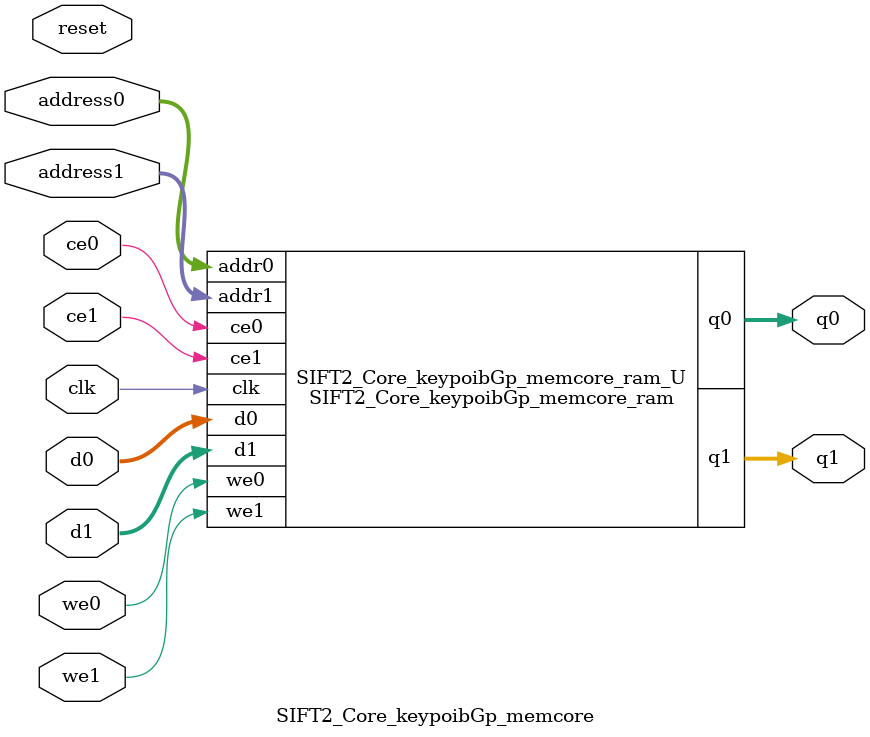
<source format=v>

`timescale 1 ns / 1 ps
module SIFT2_Core_keypoibGp_memcore_ram (addr0, ce0, d0, we0, q0, addr1, ce1, d1, we1, q1,  clk);

parameter DWIDTH = 16;
parameter AWIDTH = 10;
parameter MEM_SIZE = 1022;

input[AWIDTH-1:0] addr0;
input ce0;
input[DWIDTH-1:0] d0;
input we0;
output reg[DWIDTH-1:0] q0;
input[AWIDTH-1:0] addr1;
input ce1;
input[DWIDTH-1:0] d1;
input we1;
output reg[DWIDTH-1:0] q1;
input clk;

(* ram_style = "block" *)reg [DWIDTH-1:0] ram[0:MEM_SIZE-1];




always @(posedge clk)  
begin 
    if (ce0) 
    begin
        if (we0) 
        begin 
            ram[addr0] <= d0; 
            q0 <= d0;
        end 
        else 
            q0 <= ram[addr0];
    end
end


always @(posedge clk)  
begin 
    if (ce1) 
    begin
        if (we1) 
        begin 
            ram[addr1] <= d1; 
            q1 <= d1;
        end 
        else 
            q1 <= ram[addr1];
    end
end


endmodule


`timescale 1 ns / 1 ps
module SIFT2_Core_keypoibGp_memcore(
    reset,
    clk,
    address0,
    ce0,
    we0,
    d0,
    q0,
    address1,
    ce1,
    we1,
    d1,
    q1);

parameter DataWidth = 32'd16;
parameter AddressRange = 32'd1022;
parameter AddressWidth = 32'd10;
input reset;
input clk;
input[AddressWidth - 1:0] address0;
input ce0;
input we0;
input[DataWidth - 1:0] d0;
output[DataWidth - 1:0] q0;
input[AddressWidth - 1:0] address1;
input ce1;
input we1;
input[DataWidth - 1:0] d1;
output[DataWidth - 1:0] q1;



SIFT2_Core_keypoibGp_memcore_ram SIFT2_Core_keypoibGp_memcore_ram_U(
    .clk( clk ),
    .addr0( address0 ),
    .ce0( ce0 ),
    .we0( we0 ),
    .d0( d0 ),
    .q0( q0 ),
    .addr1( address1 ),
    .ce1( ce1 ),
    .we1( we1 ),
    .d1( d1 ),
    .q1( q1 ));

endmodule


</source>
